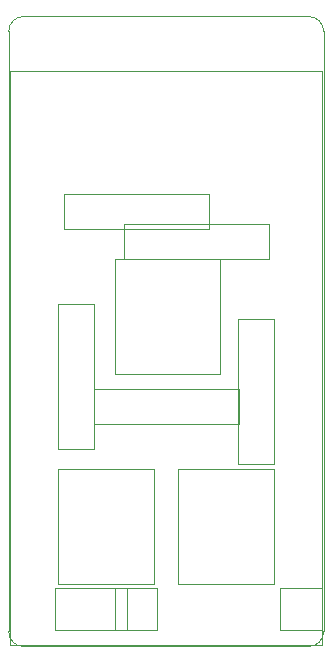
<source format=gbr>
%TF.GenerationSoftware,KiCad,Pcbnew,5.1.5+dfsg1-2~bpo10+1*%
%TF.CreationDate,2020-10-04T09:49:28+00:00*%
%TF.ProjectId,PWR,5057522e-6b69-4636-9164-5f7063625858,rev?*%
%TF.SameCoordinates,Original*%
%TF.FileFunction,Other,User*%
%FSLAX45Y45*%
G04 Gerber Fmt 4.5, Leading zero omitted, Abs format (unit mm)*
G04 Created by KiCad (PCBNEW 5.1.5+dfsg1-2~bpo10+1) date 2020-10-04 09:49:28*
%MOMM*%
%LPD*%
G04 APERTURE LIST*
%ADD10C,0.120000*%
%ADD11C,0.050000*%
G04 APERTURE END LIST*
D10*
X2476500Y-508000D02*
G75*
G02X2349500Y-635000I-127000J0D01*
G01*
X-190500Y4572000D02*
G75*
G02X-63500Y4699000I127000J0D01*
G01*
X-63500Y-635000D02*
G75*
G02X-190500Y-508000I0J127000D01*
G01*
X2349500Y4699000D02*
G75*
G02X2476500Y4572000I0J-127000D01*
G01*
X-190500Y4572000D02*
X-190500Y-508000D01*
X2349500Y4699000D02*
X-63500Y4699000D01*
X2476500Y-508000D02*
X2476500Y4572000D01*
X-63500Y-635000D02*
X2349500Y-635000D01*
D11*
X1242000Y-108000D02*
X1242000Y872000D01*
X2057000Y-108000D02*
X1242000Y-108000D01*
X2057000Y872000D02*
X2057000Y-108000D01*
X1242000Y872000D02*
X2057000Y872000D01*
X2466000Y-497500D02*
X2106000Y-497500D01*
X2466000Y-137500D02*
X2466000Y-497500D01*
X2106000Y-137500D02*
X2466000Y-137500D01*
X2106000Y-497500D02*
X2106000Y-137500D01*
X1069000Y-497500D02*
X709000Y-497500D01*
X1069000Y-137500D02*
X1069000Y-497500D01*
X709000Y-137500D02*
X1069000Y-137500D01*
X709000Y-497500D02*
X709000Y-137500D01*
X-180000Y-620000D02*
X2460000Y-620000D01*
X2460000Y-620000D02*
X2460000Y4240000D01*
X2460000Y4240000D02*
X-180000Y4240000D01*
X-180000Y4240000D02*
X-180000Y-620000D01*
X205000Y-497500D02*
X815000Y-497500D01*
X205000Y-142500D02*
X205000Y-497500D01*
X815000Y-142500D02*
X205000Y-142500D01*
X815000Y-497500D02*
X815000Y-142500D01*
X2055000Y2137000D02*
X2055000Y911000D01*
X1755000Y2137000D02*
X2055000Y2137000D01*
X1755000Y911000D02*
X1755000Y2137000D01*
X2055000Y911000D02*
X1755000Y911000D01*
X530000Y1247000D02*
X530000Y1547000D01*
X530000Y1547000D02*
X1756000Y1547000D01*
X1756000Y1547000D02*
X1756000Y1247000D01*
X1756000Y1247000D02*
X530000Y1247000D01*
X784000Y2944000D02*
X2010000Y2944000D01*
X784000Y2644000D02*
X784000Y2944000D01*
X2010000Y2644000D02*
X784000Y2644000D01*
X2010000Y2944000D02*
X2010000Y2644000D01*
X231000Y1038000D02*
X231000Y2264000D01*
X531000Y1038000D02*
X231000Y1038000D01*
X531000Y2264000D02*
X531000Y1038000D01*
X231000Y2264000D02*
X531000Y2264000D01*
X1502000Y2898000D02*
X276000Y2898000D01*
X1502000Y3198000D02*
X1502000Y2898000D01*
X276000Y3198000D02*
X1502000Y3198000D01*
X276000Y2898000D02*
X276000Y3198000D01*
X712000Y2645000D02*
X712000Y1673000D01*
X712000Y2645000D02*
X1602000Y2645000D01*
X1602000Y1673000D02*
X712000Y1673000D01*
X1602000Y1673000D02*
X1602000Y2645000D01*
X1044000Y870000D02*
X1044000Y-110000D01*
X229000Y870000D02*
X1044000Y870000D01*
X229000Y-110000D02*
X229000Y870000D01*
X1044000Y-110000D02*
X229000Y-110000D01*
M02*

</source>
